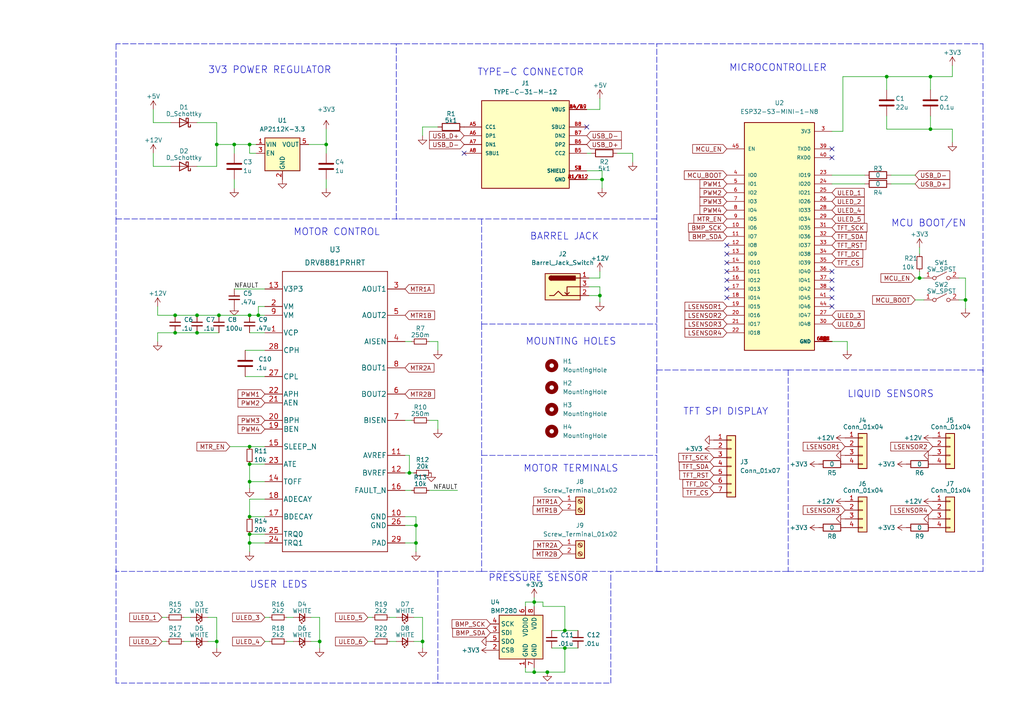
<source format=kicad_sch>
(kicad_sch (version 20211123) (generator eeschema)
  (paper "A4")
  (title_block (title "WaterTopper") (date "2022-11-19") (rev "v0.1") (company "Byron Chan"))
  (junction (at 72.39 149.86))
  (junction (at 72.39 134.62))
  (junction (at 173.99 85.725))
  (junction (at 50.8 91.44))
  (junction (at 266.7 80.645))
  (junction (at 63.5 91.44))
  (junction (at 154.94 174.625))
  (junction (at 122.555 186.055))
  (junction (at 158.75 194.945))
  (junction (at 67.945 41.91))
  (junction (at 163.83 182.88))
  (junction (at 269.875 22.225))
  (junction (at 118.745 137.16))
  (junction (at 72.39 129.54))
  (junction (at 72.39 157.48))
  (junction (at 120.65 157.48))
  (junction (at 62.865 41.91))
  (junction (at 280.035 86.995))
  (junction (at 57.15 91.44))
  (junction (at 269.875 37.465))
  (junction (at 120.65 152.4))
  (junction (at 50.8 96.52))
  (junction (at 72.39 91.44))
  (junction (at 72.39 41.91))
  (junction (at 174.625 52.07))
  (junction (at 57.15 96.52))
  (junction (at 72.39 139.7))
  (junction (at 257.175 22.225))
  (junction (at 72.39 154.94))
  (junction (at 94.615 41.91))
  (junction (at 92.71 186.055))
  (junction (at 74.93 91.44))
  (junction (at 154.94 194.945))
  (junction (at 163.83 187.96))
  (junction (at 62.865 186.055))
  (no_connect (at 241.3 86.36))
  (no_connect (at 210.82 73.66))
  (no_connect (at 210.82 81.28))
  (no_connect (at 210.82 86.36))
  (no_connect (at 170.18 36.83))
  (no_connect (at 241.3 45.72))
  (no_connect (at 210.82 76.2))
  (no_connect (at 210.82 71.12))
  (no_connect (at 241.3 43.18))
  (no_connect (at 210.82 78.74))
  (no_connect (at 134.62 44.45))
  (no_connect (at 241.3 83.82))
  (no_connect (at 241.3 78.74))
  (no_connect (at 210.82 83.82))
  (no_connect (at 241.3 88.9))
  (no_connect (at 241.3 81.28))
  (wire (pts (xy 173.99 80.645) (xy 170.815 80.645)))
  (wire (pts (xy 120.65 152.4) (xy 117.475 152.4)))
  (wire (pts (xy 72.39 134.62) (xy 72.39 139.7)))
  (wire (pts (xy 117.475 121.92) (xy 119.38 121.92)))
  (wire (pts (xy 152.4 174.625) (xy 152.4 175.895)))
  (wire (pts (xy 44.45 48.26) (xy 49.53 48.26)))
  (wire (pts (xy 170.18 44.45) (xy 171.45 44.45)))
  (wire (pts (xy 71.12 109.22) (xy 76.835 109.22)))
  (wire (pts (xy 117.475 99.06) (xy 119.38 99.06)))
  (wire (pts (xy 94.615 41.91) (xy 89.535 41.91)))
  (wire (pts (xy 257.175 22.225) (xy 257.175 26.035)))
  (wire (pts (xy 269.875 37.465) (xy 276.225 37.465)))
  (wire (pts (xy 72.39 154.94) (xy 76.835 154.94)))
  (wire (pts (xy 179.07 44.45) (xy 183.515 44.45)))
  (wire (pts (xy 74.93 88.9) (xy 74.93 91.44)))
  (wire (pts (xy 60.325 186.055) (xy 62.865 186.055)))
  (polyline (pts (xy 114.935 12.7) (xy 190.5 12.7)))
  (polyline (pts (xy 139.7 63.5) (xy 139.7 93.98)))
  (wire (pts (xy 57.15 91.44) (xy 63.5 91.44)))
  (polyline (pts (xy 139.7 93.98) (xy 139.7 165.735)))
  (wire (pts (xy 120.65 152.4) (xy 120.65 149.86)))
  (wire (pts (xy 265.43 80.645) (xy 266.7 80.645)))
  (wire (pts (xy 127 124.46) (xy 127 121.92)))
  (wire (pts (xy 72.39 44.45) (xy 72.39 41.91)))
  (wire (pts (xy 157.48 174.625) (xy 157.48 175.895)))
  (wire (pts (xy 44.45 35.56) (xy 49.53 35.56)))
  (wire (pts (xy 72.39 96.52) (xy 76.835 96.52)))
  (wire (pts (xy 241.3 99.06) (xy 245.745 99.06)))
  (wire (pts (xy 257.175 37.465) (xy 269.875 37.465)))
  (wire (pts (xy 241.3 38.1) (xy 244.475 38.1)))
  (wire (pts (xy 76.835 179.07) (xy 78.105 179.07)))
  (wire (pts (xy 241.3 53.34) (xy 250.825 53.34)))
  (wire (pts (xy 158.75 194.945) (xy 163.83 194.945)))
  (wire (pts (xy 173.99 28.575) (xy 173.99 31.75)))
  (wire (pts (xy 257.175 22.225) (xy 269.875 22.225)))
  (wire (pts (xy 118.745 132.08) (xy 118.745 137.16)))
  (wire (pts (xy 72.39 129.54) (xy 76.835 129.54)))
  (wire (pts (xy 154.94 173.355) (xy 154.94 174.625)))
  (wire (pts (xy 67.945 41.91) (xy 67.945 44.45)))
  (wire (pts (xy 280.035 80.645) (xy 278.13 80.645)))
  (polyline (pts (xy 285.115 12.7) (xy 285.115 107.95)))
  (wire (pts (xy 122.555 39.37) (xy 122.555 36.83)))
  (wire (pts (xy 62.865 41.91) (xy 62.865 48.26)))
  (wire (pts (xy 154.94 174.625) (xy 154.94 175.895)))
  (wire (pts (xy 122.555 186.055) (xy 122.555 187.96)))
  (wire (pts (xy 269.875 22.225) (xy 269.875 26.035)))
  (wire (pts (xy 45.72 91.44) (xy 45.72 88.9)))
  (wire (pts (xy 50.8 91.44) (xy 57.15 91.44)))
  (wire (pts (xy 280.035 89.535) (xy 280.035 86.995)))
  (polyline (pts (xy 114.935 63.5) (xy 114.935 12.7)))
  (wire (pts (xy 266.7 78.74) (xy 266.7 80.645)))
  (polyline (pts (xy 139.7 165.735) (xy 33.655 165.735)))
  (wire (pts (xy 53.34 186.055) (xy 55.245 186.055)))
  (wire (pts (xy 72.39 139.7) (xy 76.835 139.7)))
  (wire (pts (xy 173.99 85.725) (xy 173.99 83.185)))
  (wire (pts (xy 50.8 96.52) (xy 57.15 96.52)))
  (wire (pts (xy 72.39 41.91) (xy 74.295 41.91)))
  (wire (pts (xy 92.71 186.055) (xy 92.71 187.96)))
  (wire (pts (xy 67.945 41.91) (xy 72.39 41.91)))
  (wire (pts (xy 120.015 186.055) (xy 122.555 186.055)))
  (wire (pts (xy 66.675 129.54) (xy 72.39 129.54)))
  (wire (pts (xy 163.83 187.96) (xy 163.83 194.945)))
  (polyline (pts (xy 139.7 93.98) (xy 190.5 93.98)))
  (wire (pts (xy 163.83 182.88) (xy 167.64 182.88)))
  (wire (pts (xy 45.72 99.06) (xy 45.72 96.52)))
  (wire (pts (xy 118.745 137.16) (xy 120.015 137.16)))
  (wire (pts (xy 62.865 41.91) (xy 67.945 41.91)))
  (wire (pts (xy 269.875 22.225) (xy 276.225 22.225)))
  (wire (pts (xy 50.8 91.44) (xy 45.72 91.44)))
  (wire (pts (xy 120.65 149.86) (xy 117.475 149.86)))
  (wire (pts (xy 117.475 132.08) (xy 118.745 132.08)))
  (wire (pts (xy 53.34 179.07) (xy 55.245 179.07)))
  (wire (pts (xy 113.03 186.055) (xy 114.935 186.055)))
  (wire (pts (xy 57.15 48.26) (xy 62.865 48.26)))
  (wire (pts (xy 170.18 52.07) (xy 174.625 52.07)))
  (polyline (pts (xy 177.165 198.12) (xy 177.165 165.735)))
  (wire (pts (xy 57.15 96.52) (xy 63.5 96.52)))
  (wire (pts (xy 94.615 44.45) (xy 94.615 41.91)))
  (wire (pts (xy 83.185 179.07) (xy 85.09 179.07)))
  (wire (pts (xy 83.185 186.055) (xy 85.09 186.055)))
  (wire (pts (xy 120.65 157.48) (xy 117.475 157.48)))
  (wire (pts (xy 94.615 52.07) (xy 94.615 54.61)))
  (wire (pts (xy 76.835 186.055) (xy 78.105 186.055)))
  (wire (pts (xy 71.12 101.6) (xy 76.835 101.6)))
  (wire (pts (xy 94.615 37.465) (xy 94.615 41.91)))
  (wire (pts (xy 76.835 134.62) (xy 72.39 134.62)))
  (wire (pts (xy 74.295 44.45) (xy 72.39 44.45)))
  (wire (pts (xy 72.39 157.48) (xy 72.39 154.94)))
  (wire (pts (xy 67.945 52.07) (xy 67.945 54.61)))
  (wire (pts (xy 154.94 194.945) (xy 158.75 194.945)))
  (polyline (pts (xy 190.5 165.735) (xy 190.5 107.315)))
  (wire (pts (xy 160.02 187.96) (xy 163.83 187.96)))
  (wire (pts (xy 90.17 186.055) (xy 92.71 186.055)))
  (polyline (pts (xy 139.7 165.735) (xy 191.77 165.735)))
  (wire (pts (xy 90.17 179.07) (xy 92.71 179.07)))
  (wire (pts (xy 63.5 91.44) (xy 72.39 91.44)))
  (wire (pts (xy 120.65 160.02) (xy 120.65 157.48)))
  (wire (pts (xy 117.475 137.16) (xy 118.745 137.16)))
  (wire (pts (xy 154.94 193.675) (xy 154.94 194.945)))
  (wire (pts (xy 173.99 78.74) (xy 173.99 80.645)))
  (wire (pts (xy 92.71 179.07) (xy 92.71 186.055)))
  (wire (pts (xy 152.4 194.945) (xy 154.94 194.945)))
  (wire (pts (xy 280.035 86.995) (xy 280.035 80.645)))
  (wire (pts (xy 258.445 53.34) (xy 265.43 53.34)))
  (wire (pts (xy 106.68 186.055) (xy 107.95 186.055)))
  (polyline (pts (xy 114.935 12.7) (xy 33.655 12.7)))
  (wire (pts (xy 72.39 157.48) (xy 76.835 157.48)))
  (wire (pts (xy 72.39 149.86) (xy 76.835 149.86)))
  (wire (pts (xy 62.865 35.56) (xy 62.865 41.91)))
  (wire (pts (xy 157.48 175.895) (xy 163.83 175.895)))
  (polyline (pts (xy 190.5 107.315) (xy 228.6 107.315)))
  (wire (pts (xy 124.46 142.24) (xy 132.715 142.24)))
  (polyline (pts (xy 228.6 165.735) (xy 285.115 165.735)))
  (wire (pts (xy 67.945 83.82) (xy 76.835 83.82)))
  (wire (pts (xy 170.815 85.725) (xy 173.99 85.725)))
  (wire (pts (xy 174.625 49.53) (xy 174.625 52.07)))
  (wire (pts (xy 154.94 174.625) (xy 157.48 174.625)))
  (wire (pts (xy 72.39 144.78) (xy 72.39 149.86)))
  (wire (pts (xy 276.225 37.465) (xy 276.225 41.275)))
  (wire (pts (xy 258.445 50.8) (xy 265.43 50.8)))
  (wire (pts (xy 62.865 186.055) (xy 62.865 187.96)))
  (wire (pts (xy 265.43 86.995) (xy 267.97 86.995)))
  (wire (pts (xy 76.835 88.9) (xy 74.93 88.9)))
  (wire (pts (xy 74.93 91.44) (xy 76.835 91.44)))
  (wire (pts (xy 120.015 179.07) (xy 122.555 179.07)))
  (wire (pts (xy 244.475 22.225) (xy 257.175 22.225)))
  (polyline (pts (xy 33.655 12.7) (xy 33.655 63.5)))
  (wire (pts (xy 174.625 49.53) (xy 170.18 49.53)))
  (wire (pts (xy 278.13 86.995) (xy 280.035 86.995)))
  (wire (pts (xy 50.8 96.52) (xy 45.72 96.52)))
  (wire (pts (xy 160.02 182.88) (xy 163.83 182.88)))
  (wire (pts (xy 183.515 46.99) (xy 183.515 44.45)))
  (wire (pts (xy 57.15 35.56) (xy 62.865 35.56)))
  (polyline (pts (xy 127 198.12) (xy 177.165 198.12)))
  (polyline (pts (xy 285.115 107.315) (xy 228.6 107.315)))
  (wire (pts (xy 60.325 179.07) (xy 62.865 179.07)))
  (wire (pts (xy 44.45 31.75) (xy 44.45 35.56)))
  (wire (pts (xy 152.4 193.675) (xy 152.4 194.945)))
  (wire (pts (xy 117.475 142.24) (xy 119.38 142.24)))
  (wire (pts (xy 163.83 187.96) (xy 167.64 187.96)))
  (wire (pts (xy 276.225 19.05) (xy 276.225 22.225)))
  (wire (pts (xy 173.99 87.63) (xy 173.99 85.725)))
  (wire (pts (xy 241.3 50.8) (xy 250.825 50.8)))
  (polyline (pts (xy 228.6 107.315) (xy 228.6 165.735)))
  (wire (pts (xy 152.4 174.625) (xy 154.94 174.625)))
  (wire (pts (xy 72.39 144.78) (xy 76.835 144.78)))
  (polyline (pts (xy 190.5 63.5) (xy 114.935 63.5)))
  (polyline (pts (xy 33.655 198.12) (xy 33.655 165.1)))
  (wire (pts (xy 127 99.06) (xy 124.46 99.06)))
  (wire (pts (xy 113.03 179.07) (xy 114.935 179.07)))
  (polyline (pts (xy 139.7 132.08) (xy 190.5 132.08)))
  (polyline (pts (xy 33.655 63.5) (xy 115.57 63.5)))
  (wire (pts (xy 46.99 186.055) (xy 48.26 186.055)))
  (polyline (pts (xy 190.5 12.7) (xy 285.115 12.7)))
  (polyline (pts (xy 190.5 107.315) (xy 190.5 12.7)))
  (wire (pts (xy 257.175 33.655) (xy 257.175 37.465)))
  (wire (pts (xy 122.555 179.07) (xy 122.555 186.055)))
  (polyline (pts (xy 33.655 165.735) (xy 33.655 62.865)))
  (wire (pts (xy 170.18 31.75) (xy 173.99 31.75)))
  (wire (pts (xy 269.875 33.655) (xy 269.875 37.465)))
  (polyline (pts (xy 228.6 165.735) (xy 190.5 165.735)))
  (wire (pts (xy 244.475 38.1) (xy 244.475 22.225)))
  (polyline (pts (xy 127 198.12) (xy 59.69 198.12)))
  (wire (pts (xy 72.39 160.02) (xy 72.39 157.48)))
  (wire (pts (xy 122.555 36.83) (xy 127 36.83)))
  (wire (pts (xy 174.625 52.07) (xy 174.625 54.61)))
  (polyline (pts (xy 127 165.735) (xy 127 198.12)))
  (wire (pts (xy 170.815 83.185) (xy 173.99 83.185)))
  (wire (pts (xy 44.45 44.45) (xy 44.45 48.26)))
  (polyline (pts (xy 59.69 198.12) (xy 33.655 198.12)))
  (wire (pts (xy 127 101.6) (xy 127 99.06)))
  (polyline (pts (xy 285.115 107.315) (xy 285.115 165.735)))
  (wire (pts (xy 46.99 179.07) (xy 48.26 179.07)))
  (wire (pts (xy 163.83 175.895) (xy 163.83 182.88)))
  (wire (pts (xy 266.7 71.755) (xy 266.7 73.66)))
  (wire (pts (xy 266.7 80.645) (xy 267.97 80.645)))
  (wire (pts (xy 245.745 99.06) (xy 245.745 101.6)))
  (wire (pts (xy 120.65 157.48) (xy 120.65 152.4)))
  (wire (pts (xy 106.68 179.07) (xy 107.95 179.07)))
  (wire (pts (xy 72.39 139.7) (xy 72.39 141.605)))
  (wire (pts (xy 72.39 91.44) (xy 74.93 91.44)))
  (wire (pts (xy 127 121.92) (xy 124.46 121.92)))
  (wire (pts (xy 62.865 179.07) (xy 62.865 186.055)))
  (text "3V3 POWER REGULATOR\n" (at 60.325 21.59 0) (effects (font (size 2 2)) (justify left bottom)))
  (text "LIQUID SENSORS" (at 245.745 115.57 0) (effects (font (size 2 2)) (justify left bottom)))
  (text "MCU BOOT/EN\n" (at 258.445 66.04 0) (effects (font (size 2 2)) (justify left bottom)))
  (text "USER LEDS\n" (at 72.39 170.815 0) (effects (font (size 2 2)) (justify left bottom)))
  (text "MOUNTING HOLES\n" (at 152.4 100.33 0) (effects (font (size 2 2)) (justify left bottom)))
  (text "MOTOR CONTROL" (at 85.09 68.58 0) (effects (font (size 2 2)) (justify left bottom)))
  (text "MOTOR TERMINALS\n" (at 151.765 137.16 0) (effects (font (size 2 2)) (justify left bottom)))
  (text "TFT SPI DISPLAY" (at 198.12 120.65 0) (effects (font (size 2 2)) (justify left bottom)))
  (text "BARREL JACK" (at 153.67 69.85 0) (effects (font (size 2 2)) (justify left bottom)))
  (text "PRESSURE SENSOR\n" (at 141.605 168.91 0) (effects (font (size 2 2)) (justify left bottom)))
  (text "TYPE-C CONNECTOR\n" (at 138.43 22.225 0) (effects (font (size 2 2)) (justify left bottom)))
  (text "MICROCONTROLLER\n" (at 211.455 20.955 0) (effects (font (size 2 2)) (justify left bottom)))
  (label "NFAULT" (at 132.715 142.24 180))
  (label "NFAULT" (at 67.945 83.82 0))
  (global_label "TFT_DC" (shape input) (at 207.01 140.335 180) (property "Intersheet References" "${INTERSHEET_REFS}" (effects hide)))
  (global_label "TFT_SCK" (shape input) (at 241.3 66.04 0) (property "Intersheet References" "${INTERSHEET_REFS}" (effects hide)))
  (global_label "LSENSOR4" (shape input) (at 270.51 147.955 180) (property "Intersheet References" "${INTERSHEET_REFS}" (effects hide)))
  (global_label "TFT_CS" (shape input) (at 207.01 142.875 180) (property "Intersheet References" "${INTERSHEET_REFS}" (effects hide)))
  (global_label "USB_D-" (shape input) (at 134.62 41.91 180) (property "Intersheet References" "${INTERSHEET_REFS}" (effects hide)))
  (global_label "USB_D+" (shape input) (at 134.62 39.37 180) (property "Intersheet References" "${INTERSHEET_REFS}" (effects hide)))
  (global_label "LSENSOR2" (shape input) (at 270.51 129.54 180) (property "Intersheet References" "${INTERSHEET_REFS}" (effects hide)))
  (global_label "TFT_SCK" (shape input) (at 207.01 132.715 180) (property "Intersheet References" "${INTERSHEET_REFS}" (effects hide)))
  (global_label "MCU_EN" (shape input) (at 210.82 43.18 180) (property "Intersheet References" "${INTERSHEET_REFS}" (effects hide)))
  (global_label "TFT_RST" (shape input) (at 207.01 137.795 180) (property "Intersheet References" "${INTERSHEET_REFS}" (effects hide)))
  (global_label "ULED_4" (shape input) (at 76.835 186.055 180) (property "Intersheet References" "${INTERSHEET_REFS}" (effects hide)))
  (global_label "MTR_EN" (shape input) (at 210.82 63.5 180) (property "Intersheet References" "${INTERSHEET_REFS}" (effects hide)))
  (global_label "BMP_SCK" (shape input) (at 210.82 66.04 180) (property "Intersheet References" "${INTERSHEET_REFS}" (effects hide)))
  (global_label "ULED_1" (shape input) (at 241.3 55.88 0) (property "Intersheet References" "${INTERSHEET_REFS}" (effects hide)))
  (global_label "MTR_EN" (shape input) (at 66.675 129.54 180) (property "Intersheet References" "${INTERSHEET_REFS}" (effects hide)))
  (global_label "PWM4" (shape input) (at 76.835 124.46 180) (property "Intersheet References" "${INTERSHEET_REFS}" (effects hide)))
  (global_label "BMP_SCK" (shape input) (at 142.24 180.975 180) (property "Intersheet References" "${INTERSHEET_REFS}" (effects hide)))
  (global_label "ULED_2" (shape input) (at 46.99 186.055 180) (property "Intersheet References" "${INTERSHEET_REFS}" (effects hide)))
  (global_label "PWM2" (shape input) (at 76.835 116.84 180) (property "Intersheet References" "${INTERSHEET_REFS}" (effects hide)))
  (global_label "PWM3" (shape input) (at 76.835 121.92 180) (property "Intersheet References" "${INTERSHEET_REFS}" (effects hide)))
  (global_label "MTR1A" (shape input) (at 163.195 145.415 180) (property "Intersheet References" "${INTERSHEET_REFS}" (effects hide)))
  (global_label "ULED_2" (shape input) (at 241.3 58.42 0) (property "Intersheet References" "${INTERSHEET_REFS}" (effects hide)))
  (global_label "LSENSOR4" (shape input) (at 210.82 96.52 180) (property "Intersheet References" "${INTERSHEET_REFS}" (effects hide)))
  (global_label "MTR2B" (shape input) (at 117.475 114.3 0) (property "Intersheet References" "${INTERSHEET_REFS}" (effects hide)))
  (global_label "MTR1B" (shape input) (at 117.475 91.44 0) (property "Intersheet References" "${INTERSHEET_REFS}" (effects hide)))
  (global_label "LSENSOR3" (shape input) (at 210.82 93.98 180) (property "Intersheet References" "${INTERSHEET_REFS}" (effects hide)))
  (global_label "BMP_SDA" (shape input) (at 142.24 183.515 180) (property "Intersheet References" "${INTERSHEET_REFS}" (effects hide)))
  (global_label "MTR2B" (shape input) (at 163.195 160.655 180) (property "Intersheet References" "${INTERSHEET_REFS}" (effects hide)))
  (global_label "ULED_5" (shape input) (at 106.68 179.07 180) (property "Intersheet References" "${INTERSHEET_REFS}" (effects hide)))
  (global_label "ULED_3" (shape input) (at 241.3 91.44 0) (property "Intersheet References" "${INTERSHEET_REFS}" (effects hide)))
  (global_label "PWM1" (shape input) (at 210.82 53.34 180) (property "Intersheet References" "${INTERSHEET_REFS}" (effects hide)))
  (global_label "ULED_4" (shape input) (at 241.3 60.96 0) (property "Intersheet References" "${INTERSHEET_REFS}" (effects hide)))
  (global_label "MTR2A" (shape input) (at 163.195 158.115 180) (property "Intersheet References" "${INTERSHEET_REFS}" (effects hide)))
  (global_label "MCU_BOOT" (shape input) (at 265.43 86.995 180) (property "Intersheet References" "${INTERSHEET_REFS}" (effects hide)))
  (global_label "USB_D+" (shape input) (at 265.43 53.34 0) (property "Intersheet References" "${INTERSHEET_REFS}" (effects hide)))
  (global_label "USB_D-" (shape input) (at 170.18 39.37 0) (property "Intersheet References" "${INTERSHEET_REFS}" (effects hide)))
  (global_label "LSENSOR2" (shape input) (at 210.82 91.44 180) (property "Intersheet References" "${INTERSHEET_REFS}" (effects hide)))
  (global_label "USB_D-" (shape input) (at 265.43 50.8 0) (property "Intersheet References" "${INTERSHEET_REFS}" (effects hide)))
  (global_label "PWM4" (shape input) (at 210.82 60.96 180) (property "Intersheet References" "${INTERSHEET_REFS}" (effects hide)))
  (global_label "MTR2A" (shape input) (at 117.475 106.68 0) (property "Intersheet References" "${INTERSHEET_REFS}" (effects hide)))
  (global_label "LSENSOR3" (shape input) (at 245.11 147.955 180) (property "Intersheet References" "${INTERSHEET_REFS}" (effects hide)))
  (global_label "ULED_3" (shape input) (at 76.835 179.07 180) (property "Intersheet References" "${INTERSHEET_REFS}" (effects hide)))
  (global_label "LSENSOR1" (shape input) (at 210.82 88.9 180) (property "Intersheet References" "${INTERSHEET_REFS}" (effects hide)))
  (global_label "TFT_DC" (shape input) (at 241.3 73.66 0) (property "Intersheet References" "${INTERSHEET_REFS}" (effects hide)))
  (global_label "MCU_BOOT" (shape input) (at 210.82 50.8 180) (property "Intersheet References" "${INTERSHEET_REFS}" (effects hide)))
  (global_label "TFT_SDA" (shape input) (at 207.01 135.255 180) (property "Intersheet References" "${INTERSHEET_REFS}" (effects hide)))
  (global_label "PWM3" (shape input) (at 210.82 58.42 180) (property "Intersheet References" "${INTERSHEET_REFS}" (effects hide)))
  (global_label "PWM1" (shape input) (at 76.835 114.3 180) (property "Intersheet References" "${INTERSHEET_REFS}" (effects hide)))
  (global_label "BMP_SDA" (shape input) (at 210.82 68.58 180) (property "Intersheet References" "${INTERSHEET_REFS}" (effects hide)))
  (global_label "ULED_5" (shape input) (at 241.3 63.5 0) (property "Intersheet References" "${INTERSHEET_REFS}" (effects hide)))
  (global_label "ULED_1" (shape input) (at 46.99 179.07 180) (property "Intersheet References" "${INTERSHEET_REFS}" (effects hide)))
  (global_label "LSENSOR1" (shape input) (at 245.11 129.54 180) (property "Intersheet References" "${INTERSHEET_REFS}" (effects hide)))
  (global_label "ULED_6" (shape input) (at 241.3 93.98 0) (property "Intersheet References" "${INTERSHEET_REFS}" (effects hide)))
  (global_label "USB_D+" (shape input) (at 170.18 41.91 0) (property "Intersheet References" "${INTERSHEET_REFS}" (effects hide)))
  (global_label "MTR1B" (shape input) (at 163.195 147.955 180) (property "Intersheet References" "${INTERSHEET_REFS}" (effects hide)))
  (global_label "TFT_CS" (shape input) (at 241.3 76.2 0) (property "Intersheet References" "${INTERSHEET_REFS}" (effects hide)))
  (global_label "TFT_RST" (shape input) (at 241.3 71.12 0) (property "Intersheet References" "${INTERSHEET_REFS}" (effects hide)))
  (global_label "TFT_SDA" (shape input) (at 241.3 68.58 0) (property "Intersheet References" "${INTERSHEET_REFS}" (effects hide)))
  (global_label "MTR1A" (shape input) (at 117.475 83.82 0) (property "Intersheet References" "${INTERSHEET_REFS}" (effects hide)))
  (global_label "ULED_6" (shape input) (at 106.68 186.055 180) (property "Intersheet References" "${INTERSHEET_REFS}" (effects hide)))
  (global_label "PWM2" (shape input) (at 210.82 55.88 180) (property "Intersheet References" "${INTERSHEET_REFS}" (effects hide)))
  (global_label "MCU_EN" (shape input) (at 265.43 80.645 180) (property "Intersheet References" "${INTERSHEET_REFS}" (effects hide)))
  (symbol (lib_id "power:GND") (at 67.945 88.9 0) (unit 1)
    (property "Reference" "#PWR0113" (effects hide))
    (property "Value" "GND" (effects hide))
  )
  (symbol (lib_id "power:GND") (at 276.225 41.275 0) (unit 1)
    (property "Reference" "#PWR05" (effects hide))
    (property "Value" "GND" (effects hide))
  )
  (symbol (lib_id "power:GND") (at 81.915 52.07 0) (unit 1)
    (property "Reference" "#PWR09" (effects hide))
    (property "Value" "GND" (effects hide))
  )
  (symbol (lib_id "Mechanical:MountingHole") (at 160.02 112.395 0) (unit 1)
    (property "Reference" "H2" (at 163.195 111.1249 0) (effects (justify left)))
    (property "Value" "MountingHole" (at 163.195 113.6649 0) (effects (justify left)))
    (property "Footprint" "MountingHole:MountingHole_3.2mm_M3" (effects hide))
  )
  (symbol (lib_id "Connector_Generic:Conn_01x04") (at 275.59 129.54 0) (unit 1)
    (property "Reference" "J5" (at 274.32 121.92 0) (effects (justify left)))
    (property "Value" "Conn_01x04" (at 269.875 123.825 0) (effects (justify left)))
    (property "Footprint" "Connector_JST:JST_PH_B4B-PH-K_1x04_P2.00mm_Vertical" (effects hide))
  )
  (symbol (lib_id "Device:R") (at 266.7 134.62 90) (unit 1)
    (property "Reference" "R6" (at 266.7 137.16 90))
    (property "Value" "0" (at 266.7 134.62 90))
    (property "Footprint" "Resistor_SMD:R_0603_1608Metric" (effects hide))
  )
  (symbol (lib_id "power:+3V3") (at 237.49 153.035 90) (unit 1)
    (property "Reference" "#PWR0112" (effects hide))
    (property "Value" "+3V3" (at 234.315 153.0349 90) (effects (justify left)))
  )
  (symbol (lib_id "power:+3V3") (at 262.89 134.62 90) (unit 1)
    (property "Reference" "#PWR0105" (effects hide))
    (property "Value" "+3V3" (at 259.715 134.6199 90) (effects (justify left)))
  )
  (symbol (lib_id "Regulator_Linear:AP2112K-3.3") (at 81.915 44.45 0) (unit 1)
    (property "Reference" "U1" (at 81.915 34.925 0))
    (property "Value" "AP2112K-3.3" (at 81.915 37.465 0))
    (property "Footprint" "Package_TO_SOT_SMD:SOT-23-5" (effects hide))
    (property "Datasheet" "https://www.diodes.com/assets/Datasheets/AP2112.pdf" (effects hide))
  )
  (symbol (lib_id "Device:R") (at 175.26 44.45 90) (unit 1)
    (property "Reference" "R2" (at 175.26 46.99 90))
    (property "Value" "5k1" (at 175.26 48.895 90))
    (property "Footprint" "Resistor_SMD:R_0603_1608Metric" (effects hide))
  )
  (symbol (lib_id "Mechanical:MountingHole") (at 160.02 125.095 0) (unit 1)
    (property "Reference" "H4" (at 163.195 123.8249 0) (effects (justify left)))
    (property "Value" "MountingHole" (at 163.195 126.3649 0) (effects (justify left)))
    (property "Footprint" "MountingHole:MountingHole_3.2mm_M3" (effects hide))
  )
  (symbol (lib_id "Switch:SW_SPST") (at 273.05 86.995 0) (unit 1)
    (property "Reference" "SW2" (at 273.05 82.55 0))
    (property "Value" "SW_SPST" (at 273.05 84.455 0))
    (property "Footprint" "Button_Switch_SMD:SW_SPST_PTS810" (effects hide))
  )
  (symbol (lib_id "power:GND") (at 158.75 194.945 0) (unit 1)
    (property "Reference" "#PWR0122" (effects hide))
    (property "Value" "GND" (effects hide))
  )
  (symbol (lib_id "power:GND") (at 207.01 127.635 270) (unit 1)
    (property "Reference" "#PWR016" (effects hide))
    (property "Value" "GND" (effects hide))
  )
  (symbol (lib_id "Device:C_Small") (at 167.64 185.42 0) (unit 1)
    (property "Reference" "C12" (at 170.18 184.1562 0) (effects (justify left)))
    (property "Value" ".01u" (at 169.545 186.69 0) (effects (justify left)))
    (property "Footprint" "Capacitor_SMD:C_0603_1608Metric" (effects hide))
  )
  (symbol (lib_id "Device:LED_Small") (at 57.785 186.055 180) (unit 1)
    (property "Reference" "D5" (at 57.785 182.245 0))
    (property "Value" "WHITE" (at 57.785 184.15 0))
    (property "Footprint" "LED_SMD:LED_0603_1608Metric" (effects hide))
  )
  (symbol (lib_id "Device:R") (at 266.7 153.035 90) (unit 1)
    (property "Reference" "R9" (at 266.7 155.575 90))
    (property "Value" "0" (at 266.7 153.035 90))
    (property "Footprint" "Resistor_SMD:R_0603_1608Metric" (effects hide))
  )
  (symbol (lib_id "power:GND") (at 280.035 89.535 0) (unit 1)
    (property "Reference" "#PWR022" (effects hide))
    (property "Value" "GND" (effects hide))
  )
  (symbol (lib_id "Sensor_Pressure:BMP280") (at 152.4 186.055 0) (unit 1)
    (property "Reference" "U4" (at 142.24 174.625 0) (effects (justify left)))
    (property "Value" "BMP280" (at 142.24 177.165 0) (effects (justify left)))
    (property "Footprint" "Package_LGA:Bosch_LGA-8_2x2.5mm_P0.65mm_ClockwisePinNumbering" (effects hide))
    (property "Datasheet" "https://ae-bst.resource.bosch.com/media/_tech/media/datasheets/BST-BMP280-DS001.pdf" (effects hide))
  )
  (symbol (lib_id "power:+3V3") (at 94.615 37.465 0) (unit 1)
    (property "Reference" "#PWR04" (effects hide))
    (property "Value" "+3V3" (at 94.615 31.75 0))
  )
  (symbol (lib_id "power:GND") (at 92.71 187.96 0) (unit 1)
    (property "Reference" "#PWR0121" (effects hide))
    (property "Value" "GND" (effects hide))
  )
  (symbol (lib_id "power:GND") (at 127 124.46 0) (unit 1)
    (property "Reference" "#PWR0115" (effects hide))
    (property "Value" "GND" (effects hide))
  )
  (symbol (lib_id "power:GND") (at 245.745 101.6 0) (unit 1)
    (property "Reference" "#PWR015" (effects hide))
    (property "Value" "GND" (effects hide))
  )
  (symbol (lib_id "Device:C_Small") (at 63.5 93.98 0) (unit 1)
    (property "Reference" "C8" (at 66.04 92.7162 0) (effects (justify left)))
    (property "Value" "100u" (at 65.405 95.25 0) (effects (justify left)))
    (property "Footprint" "Capacitor_SMD:C_Elec_6.3x5.8" (effects hide))
  )
  (symbol (lib_id "power:+12V") (at 44.45 44.45 0) (unit 1)
    (property "Reference" "#PWR07" (effects hide))
    (property "Value" "+12V" (at 44.45 40.64 0))
  )
  (symbol (lib_id "power:GND") (at 62.865 187.96 0) (unit 1)
    (property "Reference" "#PWR0120" (effects hide))
    (property "Value" "GND" (effects hide))
  )
  (symbol (lib_id "Device:D_Schottky") (at 53.34 48.26 180) (unit 1)
    (property "Reference" "D2" (at 53.34 43.815 0))
    (property "Value" "D_Schottky" (at 53.34 45.72 0))
    (property "Footprint" "Diode_SMD:D_SMA" (effects hide))
  )
  (symbol (lib_id "power:+12V") (at 270.51 127 90) (unit 1)
    (property "Reference" "#PWR0103" (effects hide))
    (property "Value" "+12V" (at 264.795 127 90))
  )
  (symbol (lib_id "Mechanical:MountingHole") (at 160.02 106.045 0) (unit 1)
    (property "Reference" "H1" (at 163.195 104.7749 0) (effects (justify left)))
    (property "Value" "MountingHole" (at 163.195 107.3149 0) (effects (justify left)))
    (property "Footprint" "MountingHole:MountingHole_3.2mm_M3" (effects hide))
  )
  (symbol (lib_id "power:GND") (at 72.39 141.605 0) (unit 1)
    (property "Reference" "#PWR0119" (effects hide))
    (property "Value" "GND" (effects hide))
  )
  (symbol (lib_id "power:+12V") (at 45.72 88.9 0) (unit 1)
    (property "Reference" "#PWR0102" (effects hide))
    (property "Value" "+12V" (at 45.72 85.09 0))
  )
  (symbol (lib_id "power:+12V") (at 270.51 145.415 90) (unit 1)
    (property "Reference" "#PWR0108" (effects hide))
    (property "Value" "+12V" (at 264.795 145.415 90))
  )
  (symbol (lib_id "Device:R_Small") (at 110.49 186.055 90) (unit 1)
    (property "Reference" "R20" (at 110.49 182.245 90))
    (property "Value" "2k2" (at 110.49 184.15 90))
    (property "Footprint" "Resistor_SMD:R_0603_1608Metric" (effects hide))
  )
  (symbol (lib_id "Device:LED_Small") (at 87.63 186.055 180) (unit 1)
    (property "Reference" "D6" (at 87.63 182.245 0))
    (property "Value" "WHITE" (at 87.63 184.15 0))
    (property "Footprint" "LED_SMD:LED_0603_1608Metric" (effects hide))
  )
  (symbol (lib_id "Device:R_Small") (at 110.49 179.07 90) (unit 1)
    (property "Reference" "R19" (at 110.49 175.26 90))
    (property "Value" "2k2" (at 110.49 177.165 90))
    (property "Footprint" "Resistor_SMD:R_0603_1608Metric" (effects hide))
  )
  (symbol (lib_id "Device:R") (at 241.3 153.035 90) (unit 1)
    (property "Reference" "R8" (at 241.3 155.575 90))
    (property "Value" "0" (at 241.3 153.035 90))
    (property "Footprint" "Resistor_SMD:R_0603_1608Metric" (effects hide))
  )
  (symbol (lib_id "Device:R") (at 130.81 36.83 90) (unit 1)
    (property "Reference" "R1" (at 130.81 33.02 90))
    (property "Value" "5k1" (at 130.81 34.925 90))
    (property "Footprint" "Resistor_SMD:R_0603_1608Metric" (effects hide))
  )
  (symbol (lib_id "power:GND") (at 67.945 54.61 0) (unit 1)
    (property "Reference" "#PWR010" (effects hide))
    (property "Value" "GND" (effects hide))
  )
  (symbol (lib_id "power:GND") (at 127 101.6 0) (unit 1)
    (property "Reference" "#PWR0114" (effects hide))
    (property "Value" "GND" (effects hide))
  )
  (symbol (lib_id "Device:R") (at 254.635 50.8 90) (unit 1)
    (property "Reference" "R3" (at 254.635 48.895 90))
    (property "Value" "0" (at 254.635 50.8 90))
    (property "Footprint" "Resistor_SMD:R_0603_1608Metric" (effects hide))
  )
  (symbol (lib_id "power:GND") (at 173.99 87.63 0) (unit 1)
    (property "Reference" "#PWR014" (effects hide))
    (property "Value" "GND" (effects hide))
  )
  (symbol (lib_id "Mechanical:MountingHole") (at 160.02 118.745 0) (unit 1)
    (property "Reference" "H3" (at 163.195 117.4749 0) (effects (justify left)))
    (property "Value" "MountingHole" (at 163.195 120.0149 0) (effects (justify left)))
    (property "Footprint" "MountingHole:MountingHole_3.2mm_M3" (effects hide))
  )
  (symbol (lib_id "power:+12V") (at 245.11 145.415 90) (unit 1)
    (property "Reference" "#PWR0111" (effects hide))
    (property "Value" "+12V" (at 239.395 145.415 90))
  )
  (symbol (lib_id "Device:R_Small") (at 121.92 121.92 90) (unit 1)
    (property "Reference" "R10" (at 121.92 118.11 90))
    (property "Value" "250m" (at 121.92 120.015 90))
    (property "Footprint" "Resistor_SMD:R_0603_1608Metric" (effects hide))
  )
  (symbol (lib_id "Device:LED_Small") (at 117.475 186.055 180) (unit 1)
    (property "Reference" "D8" (at 117.475 182.245 0))
    (property "Value" "WHITE" (at 117.475 184.15 0))
    (property "Footprint" "LED_SMD:LED_0603_1608Metric" (effects hide))
  )
  (symbol (lib_id "Device:R_Small") (at 80.645 186.055 90) (unit 1)
    (property "Reference" "R18" (at 80.645 182.245 90))
    (property "Value" "2k2" (at 80.645 184.15 90))
    (property "Footprint" "Resistor_SMD:R_0603_1608Metric" (effects hide))
  )
  (symbol (lib_id "power:+3V3") (at 266.7 71.755 0) (unit 1)
    (property "Reference" "#PWR021" (effects hide))
    (property "Value" "+3V3" (at 266.7 67.945 0))
  )
  (symbol (lib_id "power:GND") (at 270.51 150.495 270) (unit 1)
    (property "Reference" "#PWR0107" (effects hide))
    (property "Value" "GND" (effects hide))
  )
  (symbol (lib_id "power:GND") (at 245.11 132.08 270) (unit 1)
    (property "Reference" "#PWR020" (effects hide))
    (property "Value" "GND" (effects hide))
  )
  (symbol (lib_id "power:+12V") (at 245.11 127 90) (unit 1)
    (property "Reference" "#PWR018" (effects hide))
    (property "Value" "+12V" (at 239.395 127 90))
  )
  (symbol (lib_id "Device:R_Small") (at 72.39 152.4 0) (unit 1)
    (property "Reference" "R14" (at 73.66 151.13 0) (effects (justify left)))
    (property "Value" "20k" (at 73.66 153.67 0) (effects (justify left)))
    (property "Footprint" "Resistor_SMD:R_0603_1608Metric" (effects hide))
  )
  (symbol (lib_id "power:GND") (at 174.625 54.61 0) (unit 1)
    (property "Reference" "#PWR012" (effects hide))
    (property "Value" "GND" (effects hide))
  )
  (symbol (lib_id "Device:C") (at 67.945 48.26 0) (unit 1)
    (property "Reference" "C3" (at 70.485 46.99 0) (effects (justify left)))
    (property "Value" "1u" (at 70.485 49.53 0) (effects (justify left)))
    (property "Footprint" "Capacitor_SMD:C_0805_2012Metric" (effects hide))
  )
  (symbol (lib_id "Device:C_Small") (at 50.8 93.98 0) (unit 1)
    (property "Reference" "C6" (at 53.34 92.71 0) (effects (justify left)))
    (property "Value" ".1u" (at 52.705 95.25 0) (effects (justify left)))
    (property "Footprint" "Capacitor_SMD:C_0603_1608Metric" (effects hide))
  )
  (symbol (lib_id "Device:C") (at 71.12 105.41 0) (unit 1)
    (property "Reference" "C10" (at 74.93 104.1399 0) (effects (justify left)))
    (property "Value" ".1u" (at 74.295 106.68 0) (effects (justify left)))
    (property "Footprint" "Capacitor_SMD:C_0603_1608Metric" (effects hide))
  )
  (symbol (lib_id "Device:R") (at 241.3 134.62 90) (unit 1)
    (property "Reference" "R5" (at 241.3 137.16 90))
    (property "Value" "0" (at 241.3 134.62 90))
    (property "Footprint" "Resistor_SMD:R_0603_1608Metric" (effects hide))
  )
  (symbol (lib_id "power:+5V") (at 173.99 28.575 0) (unit 1)
    (property "Reference" "#PWR02" (effects hide))
    (property "Value" "+5V" (at 173.99 24.765 0))
  )
  (symbol (lib_id "power:GND") (at 245.11 150.495 270) (unit 1)
    (property "Reference" "#PWR0110" (effects hide))
    (property "Value" "GND" (effects hide))
  )
  (symbol (lib_id "power:+5V") (at 44.45 31.75 0) (unit 1)
    (property "Reference" "#PWR03" (effects hide))
    (property "Value" "+5V" (at 44.45 27.94 0))
  )
  (symbol (lib_id "TYPE-C-31-M-12:TYPE-C-31-M-12") (at 152.4 41.91 0) (unit 1)
    (property "Reference" "J1" (at 152.4 24.13 0))
    (property "Value" "TYPE-C-31-M-12" (at 152.4 26.67 0))
    (property "Footprint" "TYPE-C-31-M-12:HRO_TYPE-C-31-M-12" (effects hide))
    (property "STANDARD" "Manufacturer Recommendations" (effects hide))
    (property "PARTREV" "2020.12.08" (effects hide))
    (property "MAXIMUM_PACKAGE_HEIGHT" "3.26 mm" (effects hide))
    (property "SNAPEDA_PN" "TYPE-C-31-M-12" (effects hide))
    (property "MANUFACTURER" "HRO Electronics Co., Ltd." (effects hide))
  )
  (symbol (lib_id "Device:R_Small") (at 121.92 99.06 90) (unit 1)
    (property "Reference" "R7" (at 121.92 95.25 90))
    (property "Value" "250m" (at 121.92 97.155 90))
    (property "Footprint" "Resistor_SMD:R_0603_1608Metric" (effects hide))
  )
  (symbol (lib_id "power:GND") (at 125.095 137.16 0) (unit 1)
    (property "Reference" "#PWR0118" (effects hide))
    (property "Value" "GND" (effects hide))
  )
  (symbol (lib_id "Device:D_Schottky") (at 53.34 35.56 180) (unit 1)
    (property "Reference" "D1" (at 53.34 31.115 0))
    (property "Value" "D_Schottky" (at 53.34 33.02 0))
    (property "Footprint" "Diode_SMD:D_SMA" (effects hide))
  )
  (symbol (lib_id "Connector:Screw_Terminal_01x02") (at 168.275 145.415 0) (unit 1)
    (property "Reference" "J8" (at 167.005 139.7 0) (effects (justify left)))
    (property "Value" "Screw_Terminal_01x02" (at 157.48 142.24 0) (effects (justify left)))
    (property "Footprint" "TerminalBlock:TerminalBlock_bornier-2_P5.08mm" (effects hide))
  )
  (symbol (lib_id "Device:R_Small") (at 72.39 132.08 0) (unit 1)
    (property "Reference" "R11" (at 73.66 130.81 0) (effects (justify left)))
    (property "Value" "10k" (at 73.66 133.35 0) (effects (justify left)))
    (property "Footprint" "Resistor_SMD:R_0603_1608Metric" (effects hide))
  )
  (symbol (lib_id "Connector_Generic:Conn_01x04") (at 250.19 129.54 0) (unit 1)
    (property "Reference" "J4" (at 248.92 121.92 0) (effects (justify left)))
    (property "Value" "Conn_01x04" (at 244.475 123.825 0) (effects (justify left)))
    (property "Footprint" "Connector_JST:JST_PH_B4B-PH-K_1x04_P2.00mm_Vertical" (effects hide))
  )
  (symbol (lib_id "power:GND") (at 45.72 99.06 0) (unit 1)
    (property "Reference" "#PWR0101" (effects hide))
    (property "Value" "GND" (effects hide))
  )
  (symbol (lib_id "Device:C") (at 269.875 29.845 0) (unit 1)
    (property "Reference" "C2" (at 272.415 28.575 0) (effects (justify left)))
    (property "Value" "0.1u" (at 272.415 31.115 0) (effects (justify left)))
    (property "Footprint" "Capacitor_SMD:C_0603_1608Metric" (effects hide))
  )
  (symbol (lib_id "Device:R_Small") (at 121.92 142.24 90) (unit 1)
    (property "Reference" "R13" (at 121.92 138.43 90))
    (property "Value" "10k" (at 121.92 140.335 90))
    (property "Footprint" "Resistor_SMD:R_0603_1608Metric" (effects hide))
  )
  (symbol (lib_id "Device:C_Small") (at 72.39 93.98 0) (unit 1)
    (property "Reference" "C9" (at 74.93 92.7162 0) (effects (justify left)))
    (property "Value" ".47u" (at 74.295 95.25 0) (effects (justify left)))
    (property "Footprint" "Capacitor_SMD:C_0603_1608Metric" (effects hide))
  )
  (symbol (lib_id "Device:LED_Small") (at 57.785 179.07 180) (unit 1)
    (property "Reference" "D3" (at 57.785 175.26 0))
    (property "Value" "WHITE" (at 57.785 177.165 0))
    (property "Footprint" "LED_SMD:LED_0603_1608Metric" (effects hide))
  )
  (symbol (lib_id "Device:R_Small") (at 266.7 76.2 0) (unit 1)
    (property "Reference" "R21" (at 262.255 74.93 0) (effects (justify left)))
    (property "Value" "10k" (at 261.62 77.47 0) (effects (justify left)))
    (property "Footprint" "Resistor_SMD:R_0603_1608Metric" (effects hide))
  )
  (symbol (lib_id "power:GND") (at 120.65 160.02 0) (unit 1)
    (property "Reference" "#PWR0117" (effects hide))
    (property "Value" "GND" (effects hide))
  )
  (symbol (lib_id "2022-11-18_11-37-50:DRV8881PRHRT") (at 97.155 119.38 0) (unit 1)
    (property "Reference" "U3" (at 97.155 72.39 0) (effects (font (size 1.524 1.524))))
    (property "Value" "DRV8881PRHRT" (at 97.155 76.2 0) (effects (font (size 1.524 1.524))))
    (property "Footprint" "footprints:DRV8881PRHRT" (effects hide))
  )
  (symbol (lib_id "power:+3V3") (at 237.49 134.62 90) (unit 1)
    (property "Reference" "#PWR0109" (effects hide))
    (property "Value" "+3V3" (at 234.315 134.6199 90) (effects (justify left)))
  )
  (symbol (lib_id "Connector:Screw_Terminal_01x02") (at 168.275 158.115 0) (unit 1)
    (property "Reference" "J9" (at 167.005 152.4 0) (effects (justify left)))
    (property "Value" "Screw_Terminal_01x02" (at 157.48 154.94 0) (effects (justify left)))
    (property "Footprint" "TerminalBlock:TerminalBlock_bornier-2_P5.08mm" (effects hide))
  )
  (symbol (lib_id "Device:C_Small") (at 160.02 185.42 0) (unit 1)
    (property "Reference" "C11" (at 162.56 184.1562 0) (effects (justify left)))
    (property "Value" ".01u" (at 161.925 186.69 0) (effects (justify left)))
    (property "Footprint" "Capacitor_SMD:C_0603_1608Metric" (effects hide))
  )
  (symbol (lib_id "Device:C_Small") (at 57.15 93.98 0) (unit 1)
    (property "Reference" "C7" (at 59.69 92.7162 0) (effects (justify left)))
    (property "Value" ".1u" (at 59.055 95.25 0) (effects (justify left)))
    (property "Footprint" "Capacitor_SMD:C_0603_1608Metric" (effects hide))
  )
  (symbol (lib_id "Device:R_Small") (at 122.555 137.16 90) (unit 1)
    (property "Reference" "R12" (at 122.555 133.35 90))
    (property "Value" "20k" (at 122.555 135.255 90))
    (property "Footprint" "Resistor_SMD:R_0603_1608Metric" (effects hide))
  )
  (symbol (lib_id "power:GND") (at 142.24 186.055 270) (unit 1)
    (property "Reference" "#PWR0125" (effects hide))
    (property "Value" "GND" (effects hide))
  )
  (symbol (lib_id "Device:C") (at 257.175 29.845 0) (unit 1)
    (property "Reference" "C1" (at 259.715 28.575 0) (effects (justify left)))
    (property "Value" "22u" (at 259.715 31.115 0) (effects (justify left)))
    (property "Footprint" "Capacitor_SMD:C_0805_2012Metric" (effects hide))
  )
  (symbol (lib_id "power:GND") (at 122.555 39.37 0) (unit 1)
    (property "Reference" "#PWR06" (effects hide))
    (property "Value" "GND" (effects hide))
  )
  (symbol (lib_id "Device:R_Small") (at 50.8 186.055 90) (unit 1)
    (property "Reference" "R17" (at 50.8 182.245 90))
    (property "Value" "2k2" (at 50.8 184.15 90))
    (property "Footprint" "Resistor_SMD:R_0603_1608Metric" (effects hide))
  )
  (symbol (lib_id "Device:R_Small") (at 50.8 179.07 90) (unit 1)
    (property "Reference" "R15" (at 50.8 175.26 90))
    (property "Value" "2k2" (at 50.8 177.165 90))
    (property "Footprint" "Resistor_SMD:R_0603_1608Metric" (effects hide))
  )
  (symbol (lib_id "Connector:Barrel_Jack_Switch") (at 163.195 83.185 0) (unit 1)
    (property "Reference" "J2" (at 163.195 73.66 0))
    (property "Value" "Barrel_Jack_Switch" (at 163.195 76.2 0))
    (property "Footprint" "Connector_BarrelJack:BarrelJack_Wuerth_6941xx301002" (effects hide))
  )
  (symbol (lib_id "power:GND") (at 270.51 132.08 270) (unit 1)
    (property "Reference" "#PWR0104" (effects hide))
    (property "Value" "GND" (effects hide))
  )
  (symbol (lib_id "Device:LED_Small") (at 117.475 179.07 180) (unit 1)
    (property "Reference" "D7" (at 117.475 175.26 0))
    (property "Value" "WHITE" (at 117.475 177.165 0))
    (property "Footprint" "LED_SMD:LED_0603_1608Metric" (effects hide))
  )
  (symbol (lib_id "power:GND") (at 122.555 187.96 0) (unit 1)
    (property "Reference" "#PWR019" (effects hide))
    (property "Value" "GND" (effects hide))
  )
  (symbol (lib_id "Connector_Generic:Conn_01x07") (at 212.09 135.255 0) (unit 1)
    (property "Reference" "J3" (at 214.63 133.9849 0) (effects (justify left)))
    (property "Value" "Conn_01x07" (at 214.63 136.5249 0) (effects (justify left)))
    (property "Footprint" "Connector_PinHeader_2.00mm:PinHeader_1x07_P2.00mm_Vertical" (effects hide))
  )
  (symbol (lib_id "power:GND") (at 94.615 54.61 0) (unit 1)
    (property "Reference" "#PWR011" (effects hide))
    (property "Value" "GND" (effects hide))
  )
  (symbol (lib_id "power:+3V3") (at 207.01 130.175 90) (unit 1)
    (property "Reference" "#PWR017" (effects hide))
    (property "Value" "+3V3" (at 203.835 130.1749 90) (effects (justify left)))
  )
  (symbol (lib_id "Device:C") (at 94.615 48.26 0) (unit 1)
    (property "Reference" "C4" (at 97.155 46.99 0) (effects (justify left)))
    (property "Value" "1u" (at 97.155 49.53 0) (effects (justify left)))
    (property "Footprint" "Capacitor_SMD:C_0805_2012Metric" (effects hide))
  )
  (symbol (lib_id "power:+12V") (at 173.99 78.74 0) (unit 1)
    (property "Reference" "#PWR013" (effects hide))
    (property "Value" "+12V" (at 173.99 74.93 0))
  )
  (symbol (lib_id "Connector_Generic:Conn_01x04") (at 250.19 147.955 0) (unit 1)
    (property "Reference" "J6" (at 248.92 140.335 0) (effects (justify left)))
    (property "Value" "Conn_01x04" (at 244.475 142.24 0) (effects (justify left)))
    (property "Footprint" "Connector_JST:JST_PH_B4B-PH-K_1x04_P2.00mm_Vertical" (effects hide))
  )
  (symbol (lib_id "Device:R") (at 254.635 53.34 90) (unit 1)
    (property "Reference" "R4" (at 254.635 55.88 90))
    (property "Value" "0" (at 254.635 53.34 90))
    (property "Footprint" "Resistor_SMD:R_0603_1608Metric" (effects hide))
  )
  (symbol (lib_id "power:GND") (at 183.515 46.99 0) (unit 1)
    (property "Reference" "#PWR08" (effects hide))
    (property "Value" "GND" (effects hide))
  )
  (symbol (lib_id "Switch:SW_SPST") (at 273.05 80.645 0) (unit 1)
    (property "Reference" "SW1" (at 273.05 76.2 0))
    (property "Value" "SW_SPST" (at 273.05 78.105 0))
    (property "Footprint" "Button_Switch_SMD:SW_SPST_PTS810" (effects hide))
  )
  (symbol (lib_id "power:GND") (at 72.39 160.02 0) (unit 1)
    (property "Reference" "#PWR0116" (effects hide))
    (property "Value" "GND" (effects hide))
  )
  (symbol (lib_id "power:+3V3") (at 262.89 153.035 90) (unit 1)
    (property "Reference" "#PWR0106" (effects hide))
    (property "Value" "+3V3" (at 259.715 153.0349 90) (effects (justify left)))
  )
  (symbol (lib_id "power:+3V3") (at 276.225 19.05 0) (unit 1)
    (property "Reference" "#PWR01" (effects hide))
    (property "Value" "+3V3" (at 276.225 15.24 0))
  )
  (symbol (lib_id "Device:C_Small") (at 67.945 86.36 0) (unit 1)
    (property "Reference" "C5" (at 70.485 85.0962 0) (effects (justify left)))
    (property "Value" ".47u" (at 69.85 87.63 0) (effects (justify left)))
    (property "Footprint" "Capacitor_SMD:C_0603_1608Metric" (effects hide))
  )
  (symbol (lib_id "ESP32-S3-MINI-1-N8:ESP32-S3-MINI-1-N8") (at 226.06 68.58 0) (unit 1)
    (property "Reference" "U2" (at 226.06 29.845 0))
    (property "Value" "ESP32-S3-MINI-1-N8" (at 226.06 32.385 0))
    (property "Footprint" "ESP32-S3-MINI-1-N8:XCVR_ESP32-S3-MINI-1-N8" (effects hide))
    (property "MANUFACTURER" "Espressif" (effects hide))
    (property "PARTREV" "v0.6" (effects hide))
    (property "STANDARD" "Manufacturer Recommendations" (effects hide))
    (property "MAXIMUM_PACKAGE_HEIGHT" "2.55mm" (effects hide))
  )
  (symbol (lib_id "Device:LED_Small") (at 87.63 179.07 180) (unit 1)
    (property "Reference" "D4" (at 87.63 175.26 0))
    (property "Value" "WHITE" (at 87.63 177.165 0))
    (property "Footprint" "LED_SMD:LED_0603_1608Metric" (effects hide))
  )
  (symbol (lib_id "Device:R_Small") (at 80.645 179.07 90) (unit 1)
    (property "Reference" "R16" (at 80.645 175.26 90))
    (property "Value" "2k2" (at 80.645 177.165 90))
    (property "Footprint" "Resistor_SMD:R_0603_1608Metric" (effects hide))
  )
  (symbol (lib_id "Connector_Generic:Conn_01x04") (at 275.59 147.955 0) (unit 1)
    (property "Reference" "J7" (at 274.32 140.335 0) (effects (justify left)))
    (property "Value" "Conn_01x04" (at 269.875 142.24 0) (effects (justify left)))
    (property "Footprint" "Connector_JST:JST_PH_B4B-PH-K_1x04_P2.00mm_Vertical" (effects hide))
  )
  (symbol (lib_id "power:+3V3") (at 142.24 188.595 90) (unit 1)
    (property "Reference" "#PWR0124" (effects hide))
    (property "Value" "+3V3" (at 136.525 188.595 90))
  )
  (symbol (lib_id "power:+3V3") (at 154.94 173.355 0) (unit 1)
    (property "Reference" "#PWR0123" (effects hide))
    (property "Value" "+3V3" (at 154.94 169.545 0))
  )
)
</source>
